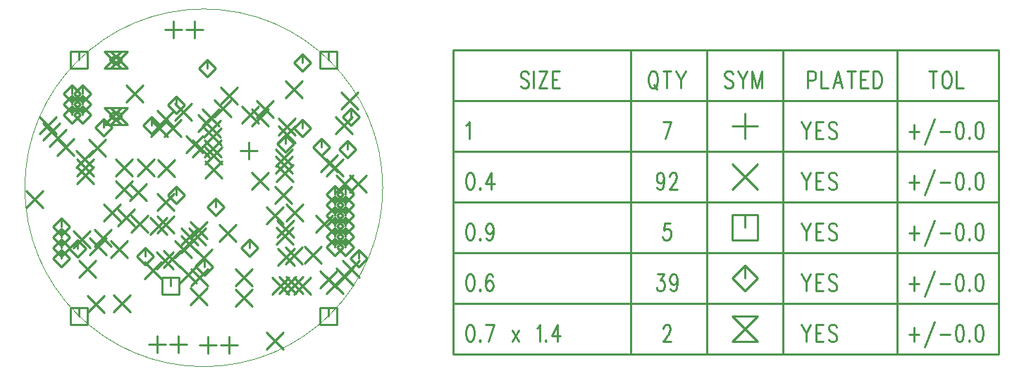
<source format=gbr>
*
*
G04 PADS 9.3 Build Number: 433611 generated Gerber (RS-274-X) file*
G04 PC Version=2.1*
*
%IN "LDC_Layout_20161209.pcb"*%
*
%MOIN*%
*
%FSLAX35Y35*%
*
*
*
*
G04 PC Standard Apertures*
*
*
G04 Thermal Relief Aperture macro.*
%AMTER*
1,1,$1,0,0*
1,0,$1-$2,0,0*
21,0,$3,$4,0,0,45*
21,0,$3,$4,0,0,135*
%
*
*
G04 Annular Aperture macro.*
%AMANN*
1,1,$1,0,0*
1,0,$2,0,0*
%
*
*
G04 Odd Aperture macro.*
%AMODD*
1,1,$1,0,0*
1,0,$1-0.005,0,0*
%
*
*
G04 PC Custom Aperture Macros*
*
*
*
*
*
*
G04 PC Aperture Table*
*
%ADD010C,0.001*%
%ADD035C,0.01*%
%ADD041C,0.00394*%
*
*
*
*
G04 PC Circuitry*
G04 Layer Name LDC_Layout_20161209.pcb - circuitry*
%LPD*%
*
*
G04 PC Custom Flashes*
G04 Layer Name LDC_Layout_20161209.pcb - flashes*
%LPD*%
*
*
G04 PC Circuitry*
G04 Layer Name LDC_Layout_20161209.pcb - circuitry*
%LPD*%
*
G54D10*
G54D35*
G01X346787Y450134D02*
X354787D01*
X346787Y458134*
X354787*
X346787Y450134*
X349543D02*
X357543D01*
X349543Y458134*
X357543*
X349543Y450134*
X350787Y455512D02*
G75*
G03Y452756I0J-1378D01*
G01X353543*
G03Y455512I0J1378*
G01X350787*
X346787Y423756D02*
X354787D01*
X346787Y431756*
X354787*
X346787Y423756*
X349543D02*
X357543D01*
X349543Y431756*
X357543*
X349543Y423756*
X350787Y429134D02*
G03Y426378I0J-1378D01*
G01X353543*
G03Y429134I0J1378*
G01X350787*
X411059Y411319D02*
X419059D01*
X415059Y407319D02*
Y415319D01*
X374150Y343244D02*
X382150D01*
Y351244*
X374150*
Y343244*
X378150Y347244D02*
Y351244D01*
X330646Y329071D02*
X338646D01*
Y337071*
X330646*
Y329071*
X334646Y333071D02*
Y337071D01*
X448756Y450331D02*
X456756D01*
Y458331*
X448756*
Y450331*
X452756Y454331D02*
Y458331D01*
X448756Y329071D02*
X456756D01*
Y337071*
X448756*
Y329071*
X452756Y333071D02*
Y337071D01*
X330646Y450331D02*
X338646D01*
Y458331*
X330646*
Y450331*
X334646Y454331D02*
Y458331D01*
X326181Y356236D02*
X330181Y360236D01*
X326181Y364236*
X322181Y360236*
X326181Y356236*
Y360236D02*
Y364236D01*
Y361236D02*
X330181Y365236D01*
X326181Y369236*
X322181Y365236*
X326181Y361236*
Y365236D02*
Y369236D01*
Y366236D02*
X330181Y370236D01*
X326181Y374236*
X322181Y370236*
X326181Y366236*
Y370236D02*
Y374236D01*
Y371236D02*
X330181Y375236D01*
X326181Y379236*
X322181Y375236*
X326181Y371236*
Y375236D02*
Y379236D01*
X336417Y424150D02*
X340417Y428150D01*
X336417Y432150*
X332417Y428150*
X336417Y424150*
Y428150D02*
Y432150D01*
X331417Y424150D02*
X335417Y428150D01*
X331417Y432150*
X327417Y428150*
X331417Y424150*
Y428150D02*
Y432150D01*
X336417Y429150D02*
X340417Y433150D01*
X336417Y437150*
X332417Y433150*
X336417Y429150*
Y433150D02*
Y437150D01*
X331417Y429150D02*
X335417Y433150D01*
X331417Y437150*
X327417Y433150*
X331417Y429150*
Y433150D02*
Y437150D01*
X336417Y434150D02*
X340417Y438150D01*
X336417Y442150*
X332417Y438150*
X336417Y434150*
Y438150D02*
Y442150D01*
X331417Y434150D02*
X335417Y438150D01*
X331417Y442150*
X327417Y438150*
X331417Y434150*
Y438150D02*
Y442150D01*
X455512Y386551D02*
X459512Y390551D01*
X455512Y394551*
X451512Y390551*
X455512Y386551*
Y390551D02*
Y394551D01*
Y381551D02*
X459512Y385551D01*
X455512Y389551*
X451512Y385551*
X455512Y381551*
Y385551D02*
Y389551D01*
Y376551D02*
X459512Y380551D01*
X455512Y384551*
X451512Y380551*
X455512Y376551*
Y380551D02*
Y384551D01*
Y371551D02*
X459512Y375551D01*
X455512Y379551*
X451512Y375551*
X455512Y371551*
Y375551D02*
Y379551D01*
Y366551D02*
X459512Y370551D01*
X455512Y374551*
X451512Y370551*
X455512Y366551*
Y370551D02*
Y374551D01*
Y361551D02*
X459512Y365551D01*
X455512Y369551*
X451512Y365551*
X455512Y361551*
Y365551D02*
Y369551D01*
X460512Y361551D02*
X464512Y365551D01*
X460512Y369551*
X456512Y365551*
X460512Y361551*
Y365551D02*
Y369551D01*
Y366551D02*
X464512Y370551D01*
X460512Y374551*
X456512Y370551*
X460512Y366551*
Y370551D02*
Y374551D01*
Y371551D02*
X464512Y375551D01*
X460512Y379551*
X456512Y375551*
X460512Y371551*
Y375551D02*
Y379551D01*
Y376551D02*
X464512Y380551D01*
X460512Y384551*
X456512Y380551*
X460512Y376551*
Y380551D02*
Y384551D01*
Y381551D02*
X464512Y385551D01*
X460512Y389551*
X456512Y385551*
X460512Y381551*
Y385551D02*
Y389551D01*
Y386551D02*
X464512Y390551D01*
X460512Y394551*
X456512Y390551*
X460512Y386551*
Y390551D02*
Y394551D01*
X385370Y468701D02*
X393370D01*
X389370Y464701D02*
Y472701D01*
X375370Y468701D02*
X383370D01*
X379370Y464701D02*
Y472701D01*
X367654Y319488D02*
X375654D01*
X371654Y315488D02*
Y323488D01*
X377654Y319488D02*
X385654D01*
X381654Y315488D02*
Y323488D01*
X391669Y319291D02*
X399669D01*
X395669Y315291D02*
Y323291D01*
X401669Y319291D02*
X409669D01*
X405669Y315291D02*
Y323291D01*
X423362Y317260D02*
X431362Y325260D01*
X423362D02*
X431362Y317260D01*
X338520Y334780D02*
X346520Y342780D01*
X338520D02*
X346520Y334780D01*
X351118Y334976D02*
X359118Y342976D01*
X351118D02*
X359118Y334976D01*
X387339Y338126D02*
X395339Y346126D01*
X387339D02*
X395339Y338126D01*
X408598Y337732D02*
X416598Y345732D01*
X408598D02*
X416598Y337732D01*
X334583Y351315D02*
X342583Y359315D01*
X334583D02*
X342583Y351315D01*
X365685Y350724D02*
X373685Y358724D01*
X365685D02*
X373685Y350724D01*
X382417Y348756D02*
X390417Y356756D01*
X382417D02*
X390417Y348756D01*
X387732Y347181D02*
X395732Y355181D01*
X387732D02*
X395732Y347181D01*
X408795D02*
X416795Y355181D01*
X408795D02*
X416795Y347181D01*
X425921Y343441D02*
X433921Y351441D01*
X425921D02*
X433921Y343441D01*
X436354D02*
X444354Y351441D01*
X436354D02*
X444354Y343441D01*
X432811Y343638D02*
X440811Y351638D01*
X432811D02*
X440811Y343638D01*
X429465D02*
X437465Y351638D01*
X429465D02*
X437465Y343638D01*
X451512D02*
X459512Y351638D01*
X451512D02*
X459512Y343638D01*
X448756Y346197D02*
X456756Y354197D01*
X448756D02*
X456756Y346197D01*
X456433Y347575D02*
X464433Y355575D01*
X456433D02*
X464433Y347575D01*
X459189Y351118D02*
X467189Y359118D01*
X459189D02*
X467189Y351118D01*
X334055Y360961D02*
X338055Y364961D01*
X334055Y368961*
X330055Y364961*
X334055Y360961*
Y364961D02*
Y368961D01*
X339504Y361945D02*
X347504Y369945D01*
X339504D02*
X347504Y361945D01*
X349740Y360764D02*
X357740Y368764D01*
X349740D02*
X357740Y360764D01*
X366142Y357220D02*
X370142Y361220D01*
X366142Y365220*
X362142Y361220*
X366142Y357220*
Y361220D02*
Y365220D01*
X371394Y355252D02*
X379394Y363252D01*
X371394D02*
X379394Y355252D01*
X374543Y356039D02*
X382543Y364039D01*
X374543D02*
X382543Y356039D01*
X379858Y360764D02*
X387858Y368764D01*
X379858D02*
X387858Y360764D01*
X389701Y356630D02*
X397701Y364630D01*
X389701D02*
X397701Y356630D01*
X394094Y352299D02*
X398094Y356299D01*
X394094Y360299*
X390094Y356299*
X394094Y352299*
Y356299D02*
Y360299D01*
X415157Y361354D02*
X419157Y365354D01*
X415157Y369354*
X411157Y365354*
X415157Y361354*
Y365354D02*
Y369354D01*
X428677Y357024D02*
X436677Y365024D01*
X428677D02*
X436677Y357024D01*
X432220Y357614D02*
X440220Y365614D01*
X432220D02*
X440220Y357614D01*
X441472Y357811D02*
X449472Y365811D01*
X441472D02*
X449472Y357811D01*
X467126Y356433D02*
X471126Y360433D01*
X467126Y364433*
X463126Y360433*
X467126Y356433*
Y360433D02*
Y364433D01*
X332024Y365291D02*
X340024Y373291D01*
X332024D02*
X340024Y365291D01*
X341866Y365882D02*
X349866Y373882D01*
X341866D02*
X349866Y365882D01*
X371591Y372181D02*
X379591Y380181D01*
X371591D02*
X379591Y372181D01*
X368441Y371591D02*
X376441Y379591D01*
X368441D02*
X376441Y371591D01*
X386748Y366472D02*
X394748Y374472D01*
X386748D02*
X394748Y366472D01*
X383008Y362929D02*
X391008Y370929D01*
X383008D02*
X391008Y362929D01*
X387339Y369622D02*
X395339Y377622D01*
X387339D02*
X395339Y369622D01*
X383008Y366669D02*
X391008Y374669D01*
X383008D02*
X391008Y366669D01*
X401118Y368244D02*
X409118Y376244D01*
X401118D02*
X409118Y368244D01*
X427890Y366866D02*
X435890Y374866D01*
X427890D02*
X435890Y366866D01*
X428480Y370213D02*
X436480Y378213D01*
X428480D02*
X436480Y370213D01*
X346394Y377890D02*
X354394Y385890D01*
X346394D02*
X354394Y377890D01*
X352890Y375528D02*
X360890Y383528D01*
X352890D02*
X360890Y375528D01*
X359189Y372575D02*
X367189Y380575D01*
X359189D02*
X367189Y372575D01*
X399213Y380449D02*
X403213Y384449D01*
X399213Y388449*
X395213Y384449*
X399213Y380449*
Y384449D02*
Y388449D01*
X423165Y376512D02*
X431165Y384512D01*
X423165D02*
X431165Y376512D01*
X432811Y378087D02*
X440811Y386087D01*
X432811D02*
X440811Y378087D01*
X446787Y372772D02*
X454787Y380772D01*
X446787D02*
X454787Y372772D01*
X309583Y384189D02*
X317583Y392189D01*
X309583D02*
X317583Y384189D01*
X351906Y388913D02*
X359906Y396913D01*
X351906D02*
X359906Y388913D01*
X358598Y387535D02*
X366598Y395535D01*
X358598D02*
X366598Y387535D01*
X371591Y382811D02*
X379591Y390811D01*
X371591D02*
X379591Y382811D01*
X380512Y386157D02*
X384512Y390157D01*
X380512Y394157*
X376512Y390157*
X380512Y386157*
Y390157D02*
Y394157D01*
X427299Y386354D02*
X435299Y394354D01*
X427299D02*
X435299Y386354D01*
X456236Y391669D02*
X464236Y399669D01*
X456236D02*
X464236Y391669D01*
X462535D02*
X470535Y399669D01*
X462535D02*
X470535Y391669D01*
X333598Y399346D02*
X341598Y407346D01*
X333598D02*
X341598Y399346D01*
X333598Y395606D02*
X341598Y403606D01*
X333598D02*
X341598Y395606D01*
X352102Y399346D02*
X360102Y407346D01*
X352102D02*
X360102Y399346D01*
X362339Y399150D02*
X370339Y407150D01*
X362339D02*
X370339Y399150D01*
X371984Y398953D02*
X379984Y406953D01*
X371984D02*
X379984Y398953D01*
X394425Y398362D02*
X402425Y406362D01*
X394425D02*
X402425Y398362D01*
X416276Y393047D02*
X424276Y401047D01*
X416276D02*
X424276Y393047D01*
X427693Y400724D02*
X435693Y408724D01*
X427693D02*
X435693Y400724D01*
X427890Y396591D02*
X435890Y404591D01*
X427890D02*
X435890Y396591D01*
X451709Y399150D02*
X459709Y407150D01*
X451709D02*
X459709Y399150D01*
X448953Y401315D02*
X456953Y409315D01*
X448953D02*
X456953Y401315D01*
X324346Y408795D02*
X332346Y416795D01*
X324346D02*
X332346Y408795D01*
X333402Y403283D02*
X341402Y411283D01*
X333402D02*
X341402Y403283D01*
X339307Y408598D02*
X347307Y416598D01*
X339307D02*
X347307Y408598D01*
X385370Y410173D02*
X393370Y418173D01*
X385370D02*
X393370Y410173D01*
X394425Y404858D02*
X402425Y412858D01*
X394425D02*
X402425Y404858D01*
X388323Y408205D02*
X396323Y416205D01*
X388323D02*
X396323Y408205D01*
X394031Y408402D02*
X402031Y416402D01*
X394031D02*
X402031Y408402D01*
X427496Y404071D02*
X435496Y412071D01*
X427496D02*
X435496Y404071D01*
X432283Y410567D02*
X436283Y414567D01*
X432283Y418567*
X428283Y414567*
X432283Y410567*
Y414567D02*
Y418567D01*
X449409Y408795D02*
X453409Y412795D01*
X449409Y416795*
X445409Y412795*
X449409Y408795*
Y412795D02*
Y416795D01*
X461614Y407811D02*
X465614Y411811D01*
X461614Y415811*
X457614Y411811*
X461614Y407811*
Y411811D02*
Y415811D01*
X316079Y419228D02*
X324079Y427228D01*
X316079D02*
X324079Y419228D01*
X317654Y416276D02*
X325654Y424276D01*
X317654D02*
X325654Y416276D01*
X320803Y413126D02*
X328803Y421126D01*
X320803D02*
X328803Y413126D01*
X346260Y418441D02*
X350260Y422441D01*
X346260Y426441*
X342260Y422441*
X346260Y418441*
Y422441D02*
Y426441D01*
X368898Y419425D02*
X372898Y423425D01*
X368898Y427425*
X364898Y423425*
X368898Y419425*
Y423425D02*
Y427425D01*
X374937Y417850D02*
X382937Y425850D01*
X374937D02*
X382937Y417850D01*
X368638D02*
X376638Y425850D01*
X368638D02*
X376638Y417850D01*
X394031Y413913D02*
X402031Y421913D01*
X394031D02*
X402031Y413913D01*
X390882Y420213D02*
X398882Y428213D01*
X390882D02*
X398882Y420213D01*
X393638Y417654D02*
X401638Y425654D01*
X393638D02*
X401638Y417654D01*
X440354Y417850D02*
X444354Y421850D01*
X440354Y425850*
X436354Y421850*
X440354Y417850*
Y421850D02*
Y425850D01*
X429071Y418638D02*
X437071Y426638D01*
X429071D02*
X437071Y418638D01*
X428874Y415094D02*
X436874Y423094D01*
X428874D02*
X436874Y415094D01*
X456039Y419425D02*
X464039Y427425D01*
X456039D02*
X464039Y419425D01*
X380709Y428874D02*
X384709Y432874D01*
X380709Y436874*
X376709Y432874*
X380709Y428874*
Y432874D02*
Y436874D01*
X371787Y422378D02*
X379787Y430378D01*
X371787D02*
X379787Y422378D01*
X379858Y425528D02*
X387858Y433528D01*
X379858D02*
X387858Y425528D01*
X392850Y422969D02*
X400850Y430969D01*
X392850D02*
X400850Y422969D01*
X398559Y427299D02*
X406559Y435299D01*
X398559D02*
X406559Y427299D01*
X416472Y422969D02*
X424472Y430969D01*
X416472D02*
X424472Y422969D01*
X411748Y424150D02*
X419748Y432150D01*
X411748D02*
X419748Y424150D01*
X418638Y427102D02*
X426638Y435102D01*
X418638D02*
X426638Y427102D01*
X463386Y423165D02*
X467386Y427165D01*
X463386Y431165*
X459386Y427165*
X463386Y423165*
Y427165D02*
Y431165D01*
X458795Y431039D02*
X466795Y439039D01*
X458795D02*
X466795Y431039D01*
X357024Y434189D02*
X365024Y442189D01*
X357024D02*
X365024Y434189D01*
X401709Y433205D02*
X409709Y441205D01*
X401709D02*
X409709Y433205D01*
X432220Y436354D02*
X440220Y444354D01*
X432220D02*
X440220Y436354D01*
X395472Y446394D02*
X399472Y450394D01*
X395472Y454394*
X391472Y450394*
X395472Y446394*
Y450394D02*
Y454394D01*
X440354Y448953D02*
X444354Y452953D01*
X440354Y456953*
X436354Y452953*
X440354Y448953*
Y452953D02*
Y456953D01*
X511811Y458961D02*
X769811D01*
X511811Y434961D02*
X769811D01*
X511811Y410961D02*
X769811D01*
X511811Y386961D02*
X769811D01*
X511811Y362961D02*
X769811D01*
X511811Y338961D02*
X769811D01*
X511811Y314961D02*
X769811D01*
X511811Y458961D02*
Y314961D01*
X595811Y458961D02*
Y314961D01*
X631811Y458961D02*
Y314961D01*
X667811Y458961D02*
Y314961D01*
X721811Y458961D02*
Y314961D01*
X769811Y458961D02*
Y314961D01*
X547311Y447711D02*
X546766Y448461D01*
X545947Y448836*
X544856*
X544038Y448461*
X543493Y447711*
Y446961*
X543766Y446211*
X544038Y445836*
X544584Y445461*
X546220Y444711*
X546766Y444336*
X547038Y443961*
X547311Y443211*
Y442086*
X546766Y441336*
X545947Y440961*
X544856*
X544038Y441336*
X543493Y442086*
X549766Y448836D02*
Y440961D01*
X556038Y448836D02*
X552220Y440961D01*
Y448836D02*
X556038D01*
X552220Y440961D02*
X556038D01*
X558493Y448836D02*
Y440961D01*
Y448836D02*
X562038D01*
X558493Y445086D02*
X560675D01*
X558493Y440961D02*
X562038D01*
X605675Y448836D02*
X605129Y448461D01*
X604584Y447711*
X604311Y446961*
X604038Y445836*
Y443961*
X604311Y442836*
X604584Y442086*
X605129Y441336*
X605675Y440961*
X606766*
X607311Y441336*
X607856Y442086*
X608129Y442836*
X608402Y443961*
Y445836*
X608129Y446961*
X607856Y447711*
X607311Y448461*
X606766Y448836*
X605675*
X606493Y442461D02*
X608129Y440211D01*
X612766Y448836D02*
Y440961D01*
X610856Y448836D02*
X614675D01*
X617129D02*
X619311Y445086D01*
Y440961*
X621493Y448836D02*
X619311Y445086D01*
X643856Y447711D02*
X643311Y448461D01*
X642493Y448836*
X641402*
X640584Y448461*
X640038Y447711*
Y446961*
X640311Y446211*
X640584Y445836*
X641129Y445461*
X642766Y444711*
X643311Y444336*
X643584Y443961*
X643856Y443211*
Y442086*
X643311Y441336*
X642493Y440961*
X641402*
X640584Y441336*
X640038Y442086*
X646311Y448836D02*
X648493Y445086D01*
Y440961*
X650675Y448836D02*
X648493Y445086D01*
X653129Y448836D02*
Y440961D01*
Y448836D02*
X655311Y440961D01*
X657493Y448836D02*
X655311Y440961D01*
X657493Y448836D02*
Y440961D01*
X679311Y448836D02*
Y440961D01*
Y448836D02*
X681766D01*
X682584Y448461*
X682856Y448086*
X683129Y447336*
Y446211*
X682856Y445461*
X682584Y445086*
X681766Y444711*
X679311*
X685584Y448836D02*
Y440961D01*
X688856*
X693493Y448836D02*
X691311Y440961D01*
X693493Y448836D02*
X695675Y440961D01*
X692129Y443586D02*
X694856D01*
X700038Y448836D02*
Y440961D01*
X698129Y448836D02*
X701947D01*
X704402D02*
Y440961D01*
Y448836D02*
X707947D01*
X704402Y445086D02*
X706584D01*
X704402Y440961D02*
X707947D01*
X710402Y448836D02*
Y440961D01*
Y448836D02*
X712311D01*
X713129Y448461*
X713675Y447711*
X713947Y446961*
X714220Y445836*
Y443961*
X713947Y442836*
X713675Y442086*
X713129Y441336*
X712311Y440961*
X710402*
X738493Y448836D02*
Y440961D01*
X736584Y448836D02*
X740402D01*
X744493D02*
X743947Y448461D01*
X743402Y447711*
X743129Y446961*
X742856Y445836*
Y443961*
X743129Y442836*
X743402Y442086*
X743947Y441336*
X744493Y440961*
X745584*
X746129Y441336*
X746675Y442086*
X746947Y442836*
X747220Y443961*
Y445836*
X746947Y446961*
X746675Y447711*
X746129Y448461*
X745584Y448836*
X744493*
X749675D02*
Y440961D01*
X752947*
X517811Y423336D02*
X518356Y423711D01*
X519175Y424836*
Y416961*
X614675Y424836D02*
X611947Y416961D01*
X610856Y424836D02*
X614675D01*
X643811Y422961D02*
X655811D01*
X649811Y416961D02*
Y428961D01*
X676447Y424836D02*
X678629Y421086D01*
Y416961*
X680811Y424836D02*
X678629Y421086D01*
X683266Y424836D02*
Y416961D01*
Y424836D02*
X686811D01*
X683266Y421086D02*
X685447D01*
X683266Y416961D02*
X686811D01*
X693084Y423711D02*
X692538Y424461D01*
X691720Y424836*
X690629*
X689811Y424461*
X689266Y423711*
Y422961*
X689538Y422211*
X689811Y421836*
X690356Y421461*
X691993Y420711*
X692538Y420336*
X692811Y419961*
X693084Y419211*
Y418086*
X692538Y417336*
X691720Y416961*
X690629*
X689811Y417336*
X689266Y418086*
X729629Y423711D02*
Y416961D01*
X727175Y420336D02*
X732084D01*
X739447Y426336D02*
X734538Y414336D01*
X741902Y420336D02*
X746811D01*
X750902Y424836D02*
X750084Y424461D01*
X749538Y423336*
X749266Y421461*
Y420336*
X749538Y418461*
X750084Y417336*
X750902Y416961*
X751447*
X752266Y417336*
X752811Y418461*
X753084Y420336*
Y421461*
X752811Y423336*
X752266Y424461*
X751447Y424836*
X750902*
X755811Y417711D02*
X755538Y417336D01*
X755811Y416961*
X756084Y417336*
X755811Y417711*
X760175Y424836D02*
X759356Y424461D01*
X758811Y423336*
X758538Y421461*
Y420336*
X758811Y418461*
X759356Y417336*
X760175Y416961*
X760720*
X761538Y417336*
X762084Y418461*
X762356Y420336*
Y421461*
X762084Y423336*
X761538Y424461*
X760720Y424836*
X760175*
X519447Y400836D02*
X518629Y400461D01*
X518084Y399336*
X517811Y397461*
Y396336*
X518084Y394461*
X518629Y393336*
X519447Y392961*
X519993*
X520811Y393336*
X521356Y394461*
X521629Y396336*
Y397461*
X521356Y399336*
X520811Y400461*
X519993Y400836*
X519447*
X524356Y393711D02*
X524084Y393336D01*
X524356Y392961*
X524629Y393336*
X524356Y393711*
X529811Y400836D02*
X527084Y395586D01*
X531175*
X529811Y400836D02*
Y392961D01*
X611402Y398211D02*
X611129Y397086D01*
X610584Y396336*
X609766Y395961*
X609493*
X608675Y396336*
X608129Y397086*
X607856Y398211*
Y398586*
X608129Y399711*
X608675Y400461*
X609493Y400836*
X609766*
X610584Y400461*
X611129Y399711*
X611402Y398211*
Y396336*
X611129Y394461*
X610584Y393336*
X609766Y392961*
X609220*
X608402Y393336*
X608129Y394086*
X614129Y398961D02*
Y399336D01*
X614402Y400086*
X614675Y400461*
X615220Y400836*
X616311*
X616856Y400461*
X617129Y400086*
X617402Y399336*
Y398586*
X617129Y397836*
X616584Y396711*
X613856Y392961*
X617675*
X643811D02*
X655811Y404961D01*
X643811D02*
X655811Y392961D01*
X676447Y400836D02*
X678629Y397086D01*
Y392961*
X680811Y400836D02*
X678629Y397086D01*
X683266Y400836D02*
Y392961D01*
Y400836D02*
X686811D01*
X683266Y397086D02*
X685447D01*
X683266Y392961D02*
X686811D01*
X693084Y399711D02*
X692538Y400461D01*
X691720Y400836*
X690629*
X689811Y400461*
X689266Y399711*
Y398961*
X689538Y398211*
X689811Y397836*
X690356Y397461*
X691993Y396711*
X692538Y396336*
X692811Y395961*
X693084Y395211*
Y394086*
X692538Y393336*
X691720Y392961*
X690629*
X689811Y393336*
X689266Y394086*
X729629Y399711D02*
Y392961D01*
X727175Y396336D02*
X732084D01*
X739447Y402336D02*
X734538Y390336D01*
X741902Y396336D02*
X746811D01*
X750902Y400836D02*
X750084Y400461D01*
X749538Y399336*
X749266Y397461*
Y396336*
X749538Y394461*
X750084Y393336*
X750902Y392961*
X751447*
X752266Y393336*
X752811Y394461*
X753084Y396336*
Y397461*
X752811Y399336*
X752266Y400461*
X751447Y400836*
X750902*
X755811Y393711D02*
X755538Y393336D01*
X755811Y392961*
X756084Y393336*
X755811Y393711*
X760175Y400836D02*
X759356Y400461D01*
X758811Y399336*
X758538Y397461*
Y396336*
X758811Y394461*
X759356Y393336*
X760175Y392961*
X760720*
X761538Y393336*
X762084Y394461*
X762356Y396336*
Y397461*
X762084Y399336*
X761538Y400461*
X760720Y400836*
X760175*
X519447Y376836D02*
X518629Y376461D01*
X518084Y375336*
X517811Y373461*
Y372336*
X518084Y370461*
X518629Y369336*
X519447Y368961*
X519993*
X520811Y369336*
X521356Y370461*
X521629Y372336*
Y373461*
X521356Y375336*
X520811Y376461*
X519993Y376836*
X519447*
X524356Y369711D02*
X524084Y369336D01*
X524356Y368961*
X524629Y369336*
X524356Y369711*
X530629Y374211D02*
X530356Y373086D01*
X529811Y372336*
X528993Y371961*
X528720*
X527902Y372336*
X527356Y373086*
X527084Y374211*
Y374586*
X527356Y375711*
X527902Y376461*
X528720Y376836*
X528993*
X529811Y376461*
X530356Y375711*
X530629Y374211*
Y372336*
X530356Y370461*
X529811Y369336*
X528993Y368961*
X528447*
X527629Y369336*
X527356Y370086*
X614266Y376836D02*
X611538D01*
X611266Y373461*
X611538Y373836*
X612356Y374211*
X613175*
X613993Y373836*
X614538Y373086*
X614811Y371961*
X614538Y371211*
X614266Y370086*
X613720Y369336*
X612902Y368961*
X612084*
X611266Y369336*
X610993Y369711*
X610720Y370461*
X643811Y368961D02*
X655811D01*
Y380961*
X643811*
Y368961*
X649811Y374961D02*
Y380961D01*
X676447Y376836D02*
X678629Y373086D01*
Y368961*
X680811Y376836D02*
X678629Y373086D01*
X683266Y376836D02*
Y368961D01*
Y376836D02*
X686811D01*
X683266Y373086D02*
X685447D01*
X683266Y368961D02*
X686811D01*
X693084Y375711D02*
X692538Y376461D01*
X691720Y376836*
X690629*
X689811Y376461*
X689266Y375711*
Y374961*
X689538Y374211*
X689811Y373836*
X690356Y373461*
X691993Y372711*
X692538Y372336*
X692811Y371961*
X693084Y371211*
Y370086*
X692538Y369336*
X691720Y368961*
X690629*
X689811Y369336*
X689266Y370086*
X729629Y375711D02*
Y368961D01*
X727175Y372336D02*
X732084D01*
X739447Y378336D02*
X734538Y366336D01*
X741902Y372336D02*
X746811D01*
X750902Y376836D02*
X750084Y376461D01*
X749538Y375336*
X749266Y373461*
Y372336*
X749538Y370461*
X750084Y369336*
X750902Y368961*
X751447*
X752266Y369336*
X752811Y370461*
X753084Y372336*
Y373461*
X752811Y375336*
X752266Y376461*
X751447Y376836*
X750902*
X755811Y369711D02*
X755538Y369336D01*
X755811Y368961*
X756084Y369336*
X755811Y369711*
X760175Y376836D02*
X759356Y376461D01*
X758811Y375336*
X758538Y373461*
Y372336*
X758811Y370461*
X759356Y369336*
X760175Y368961*
X760720*
X761538Y369336*
X762084Y370461*
X762356Y372336*
Y373461*
X762084Y375336*
X761538Y376461*
X760720Y376836*
X760175*
X519447Y352836D02*
X518629Y352461D01*
X518084Y351336*
X517811Y349461*
Y348336*
X518084Y346461*
X518629Y345336*
X519447Y344961*
X519993*
X520811Y345336*
X521356Y346461*
X521629Y348336*
Y349461*
X521356Y351336*
X520811Y352461*
X519993Y352836*
X519447*
X524356Y345711D02*
X524084Y345336D01*
X524356Y344961*
X524629Y345336*
X524356Y345711*
X530356Y351711D02*
X530084Y352461D01*
X529266Y352836*
X528720*
X527902Y352461*
X527356Y351336*
X527084Y349461*
Y347586*
X527356Y346086*
X527902Y345336*
X528720Y344961*
X528993*
X529811Y345336*
X530356Y346086*
X530629Y347211*
Y347586*
X530356Y348711*
X529811Y349461*
X528993Y349836*
X528720*
X527902Y349461*
X527356Y348711*
X527084Y347586*
X608402Y352836D02*
X611402D01*
X609766Y349836*
X610584*
X611129Y349461*
X611402Y349086*
X611675Y347961*
Y347211*
X611402Y346086*
X610856Y345336*
X610038Y344961*
X609220*
X608402Y345336*
X608129Y345711*
X607856Y346461*
X617675Y350211D02*
X617402Y349086D01*
X616856Y348336*
X616038Y347961*
X615766*
X614947Y348336*
X614402Y349086*
X614129Y350211*
Y350586*
X614402Y351711*
X614947Y352461*
X615766Y352836*
X616038*
X616856Y352461*
X617402Y351711*
X617675Y350211*
Y348336*
X617402Y346461*
X616856Y345336*
X616038Y344961*
X615493*
X614675Y345336*
X614402Y346086*
X649811Y344961D02*
X655811Y350961D01*
X649811Y356961*
X643811Y350961*
X649811Y344961*
Y350961D02*
Y356961D01*
X676447Y352836D02*
X678629Y349086D01*
Y344961*
X680811Y352836D02*
X678629Y349086D01*
X683266Y352836D02*
Y344961D01*
Y352836D02*
X686811D01*
X683266Y349086D02*
X685447D01*
X683266Y344961D02*
X686811D01*
X693084Y351711D02*
X692538Y352461D01*
X691720Y352836*
X690629*
X689811Y352461*
X689266Y351711*
Y350961*
X689538Y350211*
X689811Y349836*
X690356Y349461*
X691993Y348711*
X692538Y348336*
X692811Y347961*
X693084Y347211*
Y346086*
X692538Y345336*
X691720Y344961*
X690629*
X689811Y345336*
X689266Y346086*
X729629Y351711D02*
Y344961D01*
X727175Y348336D02*
X732084D01*
X739447Y354336D02*
X734538Y342336D01*
X741902Y348336D02*
X746811D01*
X750902Y352836D02*
X750084Y352461D01*
X749538Y351336*
X749266Y349461*
Y348336*
X749538Y346461*
X750084Y345336*
X750902Y344961*
X751447*
X752266Y345336*
X752811Y346461*
X753084Y348336*
Y349461*
X752811Y351336*
X752266Y352461*
X751447Y352836*
X750902*
X755811Y345711D02*
X755538Y345336D01*
X755811Y344961*
X756084Y345336*
X755811Y345711*
X760175Y352836D02*
X759356Y352461D01*
X758811Y351336*
X758538Y349461*
Y348336*
X758811Y346461*
X759356Y345336*
X760175Y344961*
X760720*
X761538Y345336*
X762084Y346461*
X762356Y348336*
Y349461*
X762084Y351336*
X761538Y352461*
X760720Y352836*
X760175*
X519447Y328836D02*
X518629Y328461D01*
X518084Y327336*
X517811Y325461*
Y324336*
X518084Y322461*
X518629Y321336*
X519447Y320961*
X519993*
X520811Y321336*
X521356Y322461*
X521629Y324336*
Y325461*
X521356Y327336*
X520811Y328461*
X519993Y328836*
X519447*
X524356Y321711D02*
X524084Y321336D01*
X524356Y320961*
X524629Y321336*
X524356Y321711*
X530902Y328836D02*
X528175Y320961D01*
X527084Y328836D02*
X530902D01*
X539629Y326211D02*
X542629Y320961D01*
Y326211D02*
X539629Y320961D01*
X551356Y327336D02*
X551902Y327711D01*
X552720Y328836*
Y320961*
X555447Y321711D02*
X555175Y321336D01*
X555447Y320961*
X555720Y321336*
X555447Y321711*
X560902Y328836D02*
X558175Y323586D01*
X562266*
X560902Y328836D02*
Y320961D01*
X611129Y326961D02*
Y327336D01*
X611402Y328086*
X611675Y328461*
X612220Y328836*
X613311*
X613856Y328461*
X614129Y328086*
X614402Y327336*
Y326586*
X614129Y325836*
X613584Y324711*
X610856Y320961*
X614675*
X643811D02*
X655811D01*
X643811Y332961*
X655811*
X643811Y320961*
X676447Y328836D02*
X678629Y325086D01*
Y320961*
X680811Y328836D02*
X678629Y325086D01*
X683266Y328836D02*
Y320961D01*
Y328836D02*
X686811D01*
X683266Y325086D02*
X685447D01*
X683266Y320961D02*
X686811D01*
X693084Y327711D02*
X692538Y328461D01*
X691720Y328836*
X690629*
X689811Y328461*
X689266Y327711*
Y326961*
X689538Y326211*
X689811Y325836*
X690356Y325461*
X691993Y324711*
X692538Y324336*
X692811Y323961*
X693084Y323211*
Y322086*
X692538Y321336*
X691720Y320961*
X690629*
X689811Y321336*
X689266Y322086*
X729629Y327711D02*
Y320961D01*
X727175Y324336D02*
X732084D01*
X739447Y330336D02*
X734538Y318336D01*
X741902Y324336D02*
X746811D01*
X750902Y328836D02*
X750084Y328461D01*
X749538Y327336*
X749266Y325461*
Y324336*
X749538Y322461*
X750084Y321336*
X750902Y320961*
X751447*
X752266Y321336*
X752811Y322461*
X753084Y324336*
Y325461*
X752811Y327336*
X752266Y328461*
X751447Y328836*
X750902*
X755811Y321711D02*
X755538Y321336D01*
X755811Y320961*
X756084Y321336*
X755811Y321711*
X760175Y328836D02*
X759356Y328461D01*
X758811Y327336*
X758538Y325461*
Y324336*
X758811Y322461*
X759356Y321336*
X760175Y320961*
X760720*
X761538Y321336*
X762084Y322461*
X762356Y324336*
Y325461*
X762084Y327336*
X761538Y328461*
X760720Y328836*
X760175*
G54D41*
X478346Y393701D02*
G03X478346I-84645J0D01*
G74*
G01X0Y0D02*
M02*

</source>
